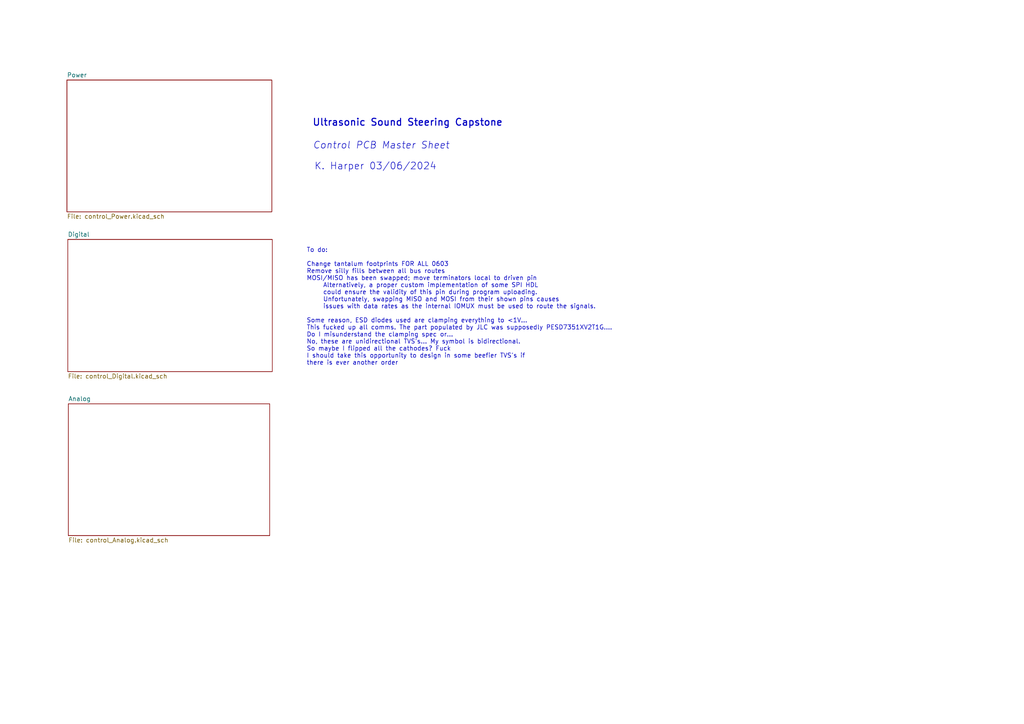
<source format=kicad_sch>
(kicad_sch (version 20211123) (generator eeschema)
  (paper "A4")
  (lib_symbols)
  (text "Ultrasonic Sound Steering Capstone \n" (at 90.551 36.83 0) (effects (font (size 2 2) (thickness 0.3) bold) (justify left bottom)))
  (text "Control PCB Master Sheet\n" (at 90.7034 43.4594 0) (effects (font (size 2 2) italic) (justify left bottom)))
  (text "K. Harper 03/06/2024" (at 91.1352 49.5046 0) (effects (font (size 2 2)) (justify left bottom)))
  (text "To do:\n\nChange tantalum footprints FOR ALL 0603\nRemove silly fills between all bus routes\nMOSI/MISO has been swapped; move terminators local to driven pin\n	Alternatively, a proper custom implementation of some SPI HDL\n	could ensure the validity of this pin during program uploading.\n	Unfortunately, swapping MISO and MOSI from their shown pins causes\n	issues with data rates as the internal IOMUX must be used to route the signals.\n\nSome reason, ESD diodes used are clamping everything to <1V...\nThis fucked up all comms. The part populated by JLC was supposedly PESD7351XV2T1G....\nDo I misunderstand the clamping spec or...\nNo, these are unidirectional TVS's... My symbol is bidirectional.\nSo maybe I flipped all the cathodes? Fuck\nI should take this opportunity to design in some beefier TVS's if\nthere is ever another order\n" (at 88.9 106.0958 0) (effects (font (size 1.27 1.27)) (justify left bottom)))
  (sheet (at 19.812 117.1194) (size 58.42 38.227) (stroke (width 0.1524))
    (property "Sheet name" "Analog" (at 19.812 116.4078 0) (effects (justify left bottom)))
    (property "Sheet file" "control_Analog.kicad_sch" (at 19.812 155.931 0) (effects (justify left top)))
  )
  (sheet (at 19.4056 23.2156) (size 59.436 38.227) (stroke (width 0.1524))
    (property "Sheet name" "Power" (at 19.4056 22.504 0) (effects (justify left bottom)))
    (property "Sheet file" "control_Power.kicad_sch" (at 19.4056 62.0272 0) (effects (justify left top)))
  )
  (sheet (at 19.6596 69.4436) (size 59.309 38.354) (stroke (width 0.1524))
    (property "Sheet name" "Digital" (at 19.6596 68.732 0) (effects (justify left bottom)))
    (property "Sheet file" "control_Digital.kicad_sch" (at 19.6596 108.3822 0) (effects (justify left top)))
  )
)
</source>
